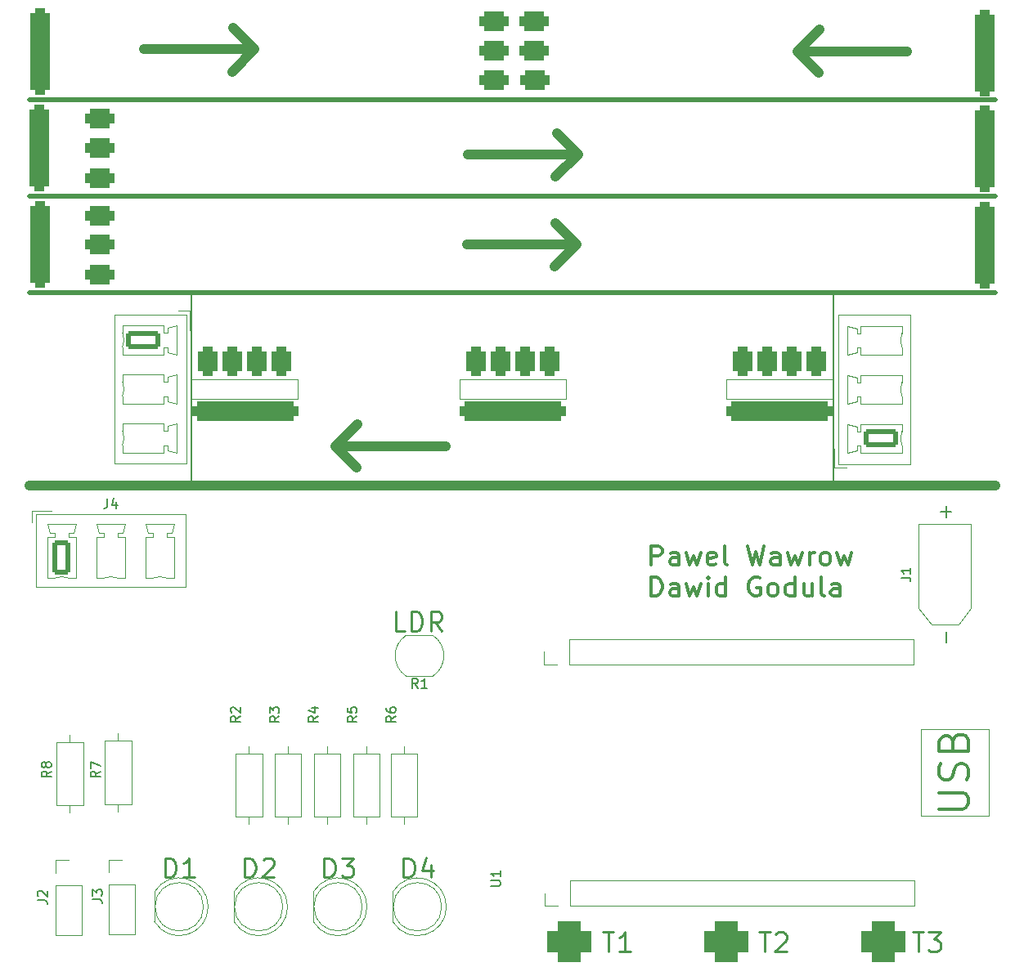
<source format=gto>
G04 #@! TF.GenerationSoftware,KiCad,Pcbnew,8.0.6*
G04 #@! TF.CreationDate,2024-10-17T13:08:26+02:00*
G04 #@! TF.ProjectId,esp_music_vis,6573705f-6d75-4736-9963-5f7669732e6b,rev?*
G04 #@! TF.SameCoordinates,Original*
G04 #@! TF.FileFunction,Legend,Top*
G04 #@! TF.FilePolarity,Positive*
%FSLAX46Y46*%
G04 Gerber Fmt 4.6, Leading zero omitted, Abs format (unit mm)*
G04 Created by KiCad (PCBNEW 8.0.6) date 2024-10-17 13:08:26*
%MOMM*%
%LPD*%
G01*
G04 APERTURE LIST*
G04 Aperture macros list*
%AMRoundRect*
0 Rectangle with rounded corners*
0 $1 Rounding radius*
0 $2 $3 $4 $5 $6 $7 $8 $9 X,Y pos of 4 corners*
0 Add a 4 corners polygon primitive as box body*
4,1,4,$2,$3,$4,$5,$6,$7,$8,$9,$2,$3,0*
0 Add four circle primitives for the rounded corners*
1,1,$1+$1,$2,$3*
1,1,$1+$1,$4,$5*
1,1,$1+$1,$6,$7*
1,1,$1+$1,$8,$9*
0 Add four rect primitives between the rounded corners*
20,1,$1+$1,$2,$3,$4,$5,0*
20,1,$1+$1,$4,$5,$6,$7,0*
20,1,$1+$1,$6,$7,$8,$9,0*
20,1,$1+$1,$8,$9,$2,$3,0*%
G04 Aperture macros list end*
%ADD10C,1.000000*%
%ADD11C,0.150000*%
%ADD12C,0.500000*%
%ADD13C,0.100000*%
%ADD14C,0.250000*%
%ADD15C,0.300000*%
%ADD16C,0.350000*%
%ADD17C,0.120000*%
%ADD18RoundRect,1.062500X-1.187500X-1.062500X1.187500X-1.062500X1.187500X1.062500X-1.187500X1.062500X0*%
%ADD19RoundRect,0.500000X0.500000X-4.000000X0.500000X4.000000X-0.500000X4.000000X-0.500000X-4.000000X0*%
%ADD20R,1.700000X1.700000*%
%ADD21O,1.700000X1.700000*%
%ADD22RoundRect,0.500000X-1.000000X0.500000X-1.000000X-0.500000X1.000000X-0.500000X1.000000X0.500000X0*%
%ADD23RoundRect,0.500000X-0.500000X-1.000000X0.500000X-1.000000X0.500000X1.000000X-0.500000X1.000000X0*%
%ADD24C,1.600000*%
%ADD25O,1.600000X1.600000*%
%ADD26RoundRect,0.500000X-5.000000X-0.500000X5.000000X-0.500000X5.000000X0.500000X-5.000000X0.500000X0*%
%ADD27R,3.000000X3.000000*%
%ADD28C,3.000000*%
%ADD29R,1.800000X1.800000*%
%ADD30C,1.800000*%
%ADD31RoundRect,0.250000X1.550000X-0.650000X1.550000X0.650000X-1.550000X0.650000X-1.550000X-0.650000X0*%
%ADD32O,3.600000X1.800000*%
%ADD33RoundRect,0.250000X-0.650000X-1.550000X0.650000X-1.550000X0.650000X1.550000X-0.650000X1.550000X0*%
%ADD34O,1.800000X3.600000*%
%ADD35RoundRect,0.250000X-1.550000X0.650000X-1.550000X-0.650000X1.550000X-0.650000X1.550000X0.650000X0*%
G04 APERTURE END LIST*
D10*
X129500000Y-55000000D02*
X131800000Y-52700000D01*
X129500000Y-55000000D02*
X131700000Y-57200000D01*
D11*
X133250000Y-100000000D02*
X133250000Y-80000000D01*
D10*
X106700000Y-75000000D02*
X104400000Y-77300000D01*
X61900000Y-54800000D02*
X73300000Y-54800000D01*
X150000000Y-100000000D02*
X50000000Y-100000000D01*
X140900000Y-55000000D02*
X129500000Y-55000000D01*
X93100000Y-95900000D02*
X81700000Y-95900000D01*
X81700000Y-95900000D02*
X83900000Y-98100000D01*
X81700000Y-95900000D02*
X84000000Y-93600000D01*
X106700000Y-75000000D02*
X104500000Y-72800000D01*
D12*
X150000000Y-70000000D02*
X50000000Y-70000000D01*
D11*
X66750000Y-100000000D02*
X66750000Y-80000000D01*
D12*
X150000000Y-80000000D02*
X50000000Y-80000000D01*
D10*
X95300000Y-75000000D02*
X106700000Y-75000000D01*
X95400000Y-65700000D02*
X106800000Y-65700000D01*
D12*
X150000000Y-60000000D02*
X50000000Y-60000000D01*
D10*
X73300000Y-54800000D02*
X71100000Y-52600000D01*
X106800000Y-65700000D02*
X104600000Y-63500000D01*
X73300000Y-54800000D02*
X71000000Y-57100000D01*
X106800000Y-65700000D02*
X104500000Y-68000000D01*
D13*
X66800000Y-88962500D02*
X77800000Y-88962500D01*
X77800000Y-90962500D01*
X66800000Y-90962500D01*
X66800000Y-88962500D01*
X122150000Y-88962500D02*
X133150000Y-88962500D01*
X133150000Y-90962500D01*
X122150000Y-90962500D01*
X122150000Y-88962500D01*
D14*
X109354949Y-146242238D02*
X110497806Y-146242238D01*
X109926377Y-148242238D02*
X109926377Y-146242238D01*
X112212092Y-148242238D02*
X111069235Y-148242238D01*
X111640663Y-148242238D02*
X111640663Y-146242238D01*
X111640663Y-146242238D02*
X111450187Y-146527952D01*
X111450187Y-146527952D02*
X111259711Y-146718428D01*
X111259711Y-146718428D02*
X111069235Y-146813666D01*
X125554949Y-146242238D02*
X126697806Y-146242238D01*
X126126377Y-148242238D02*
X126126377Y-146242238D01*
X127269235Y-146432714D02*
X127364473Y-146337476D01*
X127364473Y-146337476D02*
X127554949Y-146242238D01*
X127554949Y-146242238D02*
X128031140Y-146242238D01*
X128031140Y-146242238D02*
X128221616Y-146337476D01*
X128221616Y-146337476D02*
X128316854Y-146432714D01*
X128316854Y-146432714D02*
X128412092Y-146623190D01*
X128412092Y-146623190D02*
X128412092Y-146813666D01*
X128412092Y-146813666D02*
X128316854Y-147099380D01*
X128316854Y-147099380D02*
X127173997Y-148242238D01*
X127173997Y-148242238D02*
X128412092Y-148242238D01*
D15*
X114373558Y-108219750D02*
X114373558Y-106219750D01*
X114373558Y-106219750D02*
X115135463Y-106219750D01*
X115135463Y-106219750D02*
X115325939Y-106314988D01*
X115325939Y-106314988D02*
X115421177Y-106410226D01*
X115421177Y-106410226D02*
X115516415Y-106600702D01*
X115516415Y-106600702D02*
X115516415Y-106886416D01*
X115516415Y-106886416D02*
X115421177Y-107076892D01*
X115421177Y-107076892D02*
X115325939Y-107172131D01*
X115325939Y-107172131D02*
X115135463Y-107267369D01*
X115135463Y-107267369D02*
X114373558Y-107267369D01*
X117230701Y-108219750D02*
X117230701Y-107172131D01*
X117230701Y-107172131D02*
X117135463Y-106981654D01*
X117135463Y-106981654D02*
X116944987Y-106886416D01*
X116944987Y-106886416D02*
X116564034Y-106886416D01*
X116564034Y-106886416D02*
X116373558Y-106981654D01*
X117230701Y-108124512D02*
X117040225Y-108219750D01*
X117040225Y-108219750D02*
X116564034Y-108219750D01*
X116564034Y-108219750D02*
X116373558Y-108124512D01*
X116373558Y-108124512D02*
X116278320Y-107934035D01*
X116278320Y-107934035D02*
X116278320Y-107743559D01*
X116278320Y-107743559D02*
X116373558Y-107553083D01*
X116373558Y-107553083D02*
X116564034Y-107457845D01*
X116564034Y-107457845D02*
X117040225Y-107457845D01*
X117040225Y-107457845D02*
X117230701Y-107362607D01*
X117992606Y-106886416D02*
X118373558Y-108219750D01*
X118373558Y-108219750D02*
X118754511Y-107267369D01*
X118754511Y-107267369D02*
X119135463Y-108219750D01*
X119135463Y-108219750D02*
X119516415Y-106886416D01*
X121040225Y-108124512D02*
X120849749Y-108219750D01*
X120849749Y-108219750D02*
X120468796Y-108219750D01*
X120468796Y-108219750D02*
X120278320Y-108124512D01*
X120278320Y-108124512D02*
X120183082Y-107934035D01*
X120183082Y-107934035D02*
X120183082Y-107172131D01*
X120183082Y-107172131D02*
X120278320Y-106981654D01*
X120278320Y-106981654D02*
X120468796Y-106886416D01*
X120468796Y-106886416D02*
X120849749Y-106886416D01*
X120849749Y-106886416D02*
X121040225Y-106981654D01*
X121040225Y-106981654D02*
X121135463Y-107172131D01*
X121135463Y-107172131D02*
X121135463Y-107362607D01*
X121135463Y-107362607D02*
X120183082Y-107553083D01*
X122278320Y-108219750D02*
X122087844Y-108124512D01*
X122087844Y-108124512D02*
X121992606Y-107934035D01*
X121992606Y-107934035D02*
X121992606Y-106219750D01*
X124373559Y-106219750D02*
X124849749Y-108219750D01*
X124849749Y-108219750D02*
X125230702Y-106791178D01*
X125230702Y-106791178D02*
X125611654Y-108219750D01*
X125611654Y-108219750D02*
X126087845Y-106219750D01*
X127706892Y-108219750D02*
X127706892Y-107172131D01*
X127706892Y-107172131D02*
X127611654Y-106981654D01*
X127611654Y-106981654D02*
X127421178Y-106886416D01*
X127421178Y-106886416D02*
X127040225Y-106886416D01*
X127040225Y-106886416D02*
X126849749Y-106981654D01*
X127706892Y-108124512D02*
X127516416Y-108219750D01*
X127516416Y-108219750D02*
X127040225Y-108219750D01*
X127040225Y-108219750D02*
X126849749Y-108124512D01*
X126849749Y-108124512D02*
X126754511Y-107934035D01*
X126754511Y-107934035D02*
X126754511Y-107743559D01*
X126754511Y-107743559D02*
X126849749Y-107553083D01*
X126849749Y-107553083D02*
X127040225Y-107457845D01*
X127040225Y-107457845D02*
X127516416Y-107457845D01*
X127516416Y-107457845D02*
X127706892Y-107362607D01*
X128468797Y-106886416D02*
X128849749Y-108219750D01*
X128849749Y-108219750D02*
X129230702Y-107267369D01*
X129230702Y-107267369D02*
X129611654Y-108219750D01*
X129611654Y-108219750D02*
X129992606Y-106886416D01*
X130754511Y-108219750D02*
X130754511Y-106886416D01*
X130754511Y-107267369D02*
X130849749Y-107076892D01*
X130849749Y-107076892D02*
X130944987Y-106981654D01*
X130944987Y-106981654D02*
X131135463Y-106886416D01*
X131135463Y-106886416D02*
X131325940Y-106886416D01*
X132278320Y-108219750D02*
X132087844Y-108124512D01*
X132087844Y-108124512D02*
X131992606Y-108029273D01*
X131992606Y-108029273D02*
X131897368Y-107838797D01*
X131897368Y-107838797D02*
X131897368Y-107267369D01*
X131897368Y-107267369D02*
X131992606Y-107076892D01*
X131992606Y-107076892D02*
X132087844Y-106981654D01*
X132087844Y-106981654D02*
X132278320Y-106886416D01*
X132278320Y-106886416D02*
X132564035Y-106886416D01*
X132564035Y-106886416D02*
X132754511Y-106981654D01*
X132754511Y-106981654D02*
X132849749Y-107076892D01*
X132849749Y-107076892D02*
X132944987Y-107267369D01*
X132944987Y-107267369D02*
X132944987Y-107838797D01*
X132944987Y-107838797D02*
X132849749Y-108029273D01*
X132849749Y-108029273D02*
X132754511Y-108124512D01*
X132754511Y-108124512D02*
X132564035Y-108219750D01*
X132564035Y-108219750D02*
X132278320Y-108219750D01*
X133611654Y-106886416D02*
X133992606Y-108219750D01*
X133992606Y-108219750D02*
X134373559Y-107267369D01*
X134373559Y-107267369D02*
X134754511Y-108219750D01*
X134754511Y-108219750D02*
X135135463Y-106886416D01*
X114373558Y-111439638D02*
X114373558Y-109439638D01*
X114373558Y-109439638D02*
X114849748Y-109439638D01*
X114849748Y-109439638D02*
X115135463Y-109534876D01*
X115135463Y-109534876D02*
X115325939Y-109725352D01*
X115325939Y-109725352D02*
X115421177Y-109915828D01*
X115421177Y-109915828D02*
X115516415Y-110296780D01*
X115516415Y-110296780D02*
X115516415Y-110582495D01*
X115516415Y-110582495D02*
X115421177Y-110963447D01*
X115421177Y-110963447D02*
X115325939Y-111153923D01*
X115325939Y-111153923D02*
X115135463Y-111344400D01*
X115135463Y-111344400D02*
X114849748Y-111439638D01*
X114849748Y-111439638D02*
X114373558Y-111439638D01*
X117230701Y-111439638D02*
X117230701Y-110392019D01*
X117230701Y-110392019D02*
X117135463Y-110201542D01*
X117135463Y-110201542D02*
X116944987Y-110106304D01*
X116944987Y-110106304D02*
X116564034Y-110106304D01*
X116564034Y-110106304D02*
X116373558Y-110201542D01*
X117230701Y-111344400D02*
X117040225Y-111439638D01*
X117040225Y-111439638D02*
X116564034Y-111439638D01*
X116564034Y-111439638D02*
X116373558Y-111344400D01*
X116373558Y-111344400D02*
X116278320Y-111153923D01*
X116278320Y-111153923D02*
X116278320Y-110963447D01*
X116278320Y-110963447D02*
X116373558Y-110772971D01*
X116373558Y-110772971D02*
X116564034Y-110677733D01*
X116564034Y-110677733D02*
X117040225Y-110677733D01*
X117040225Y-110677733D02*
X117230701Y-110582495D01*
X117992606Y-110106304D02*
X118373558Y-111439638D01*
X118373558Y-111439638D02*
X118754511Y-110487257D01*
X118754511Y-110487257D02*
X119135463Y-111439638D01*
X119135463Y-111439638D02*
X119516415Y-110106304D01*
X120278320Y-111439638D02*
X120278320Y-110106304D01*
X120278320Y-109439638D02*
X120183082Y-109534876D01*
X120183082Y-109534876D02*
X120278320Y-109630114D01*
X120278320Y-109630114D02*
X120373558Y-109534876D01*
X120373558Y-109534876D02*
X120278320Y-109439638D01*
X120278320Y-109439638D02*
X120278320Y-109630114D01*
X122087844Y-111439638D02*
X122087844Y-109439638D01*
X122087844Y-111344400D02*
X121897368Y-111439638D01*
X121897368Y-111439638D02*
X121516415Y-111439638D01*
X121516415Y-111439638D02*
X121325939Y-111344400D01*
X121325939Y-111344400D02*
X121230701Y-111249161D01*
X121230701Y-111249161D02*
X121135463Y-111058685D01*
X121135463Y-111058685D02*
X121135463Y-110487257D01*
X121135463Y-110487257D02*
X121230701Y-110296780D01*
X121230701Y-110296780D02*
X121325939Y-110201542D01*
X121325939Y-110201542D02*
X121516415Y-110106304D01*
X121516415Y-110106304D02*
X121897368Y-110106304D01*
X121897368Y-110106304D02*
X122087844Y-110201542D01*
X125611654Y-109534876D02*
X125421178Y-109439638D01*
X125421178Y-109439638D02*
X125135464Y-109439638D01*
X125135464Y-109439638D02*
X124849749Y-109534876D01*
X124849749Y-109534876D02*
X124659273Y-109725352D01*
X124659273Y-109725352D02*
X124564035Y-109915828D01*
X124564035Y-109915828D02*
X124468797Y-110296780D01*
X124468797Y-110296780D02*
X124468797Y-110582495D01*
X124468797Y-110582495D02*
X124564035Y-110963447D01*
X124564035Y-110963447D02*
X124659273Y-111153923D01*
X124659273Y-111153923D02*
X124849749Y-111344400D01*
X124849749Y-111344400D02*
X125135464Y-111439638D01*
X125135464Y-111439638D02*
X125325940Y-111439638D01*
X125325940Y-111439638D02*
X125611654Y-111344400D01*
X125611654Y-111344400D02*
X125706892Y-111249161D01*
X125706892Y-111249161D02*
X125706892Y-110582495D01*
X125706892Y-110582495D02*
X125325940Y-110582495D01*
X126849749Y-111439638D02*
X126659273Y-111344400D01*
X126659273Y-111344400D02*
X126564035Y-111249161D01*
X126564035Y-111249161D02*
X126468797Y-111058685D01*
X126468797Y-111058685D02*
X126468797Y-110487257D01*
X126468797Y-110487257D02*
X126564035Y-110296780D01*
X126564035Y-110296780D02*
X126659273Y-110201542D01*
X126659273Y-110201542D02*
X126849749Y-110106304D01*
X126849749Y-110106304D02*
X127135464Y-110106304D01*
X127135464Y-110106304D02*
X127325940Y-110201542D01*
X127325940Y-110201542D02*
X127421178Y-110296780D01*
X127421178Y-110296780D02*
X127516416Y-110487257D01*
X127516416Y-110487257D02*
X127516416Y-111058685D01*
X127516416Y-111058685D02*
X127421178Y-111249161D01*
X127421178Y-111249161D02*
X127325940Y-111344400D01*
X127325940Y-111344400D02*
X127135464Y-111439638D01*
X127135464Y-111439638D02*
X126849749Y-111439638D01*
X129230702Y-111439638D02*
X129230702Y-109439638D01*
X129230702Y-111344400D02*
X129040226Y-111439638D01*
X129040226Y-111439638D02*
X128659273Y-111439638D01*
X128659273Y-111439638D02*
X128468797Y-111344400D01*
X128468797Y-111344400D02*
X128373559Y-111249161D01*
X128373559Y-111249161D02*
X128278321Y-111058685D01*
X128278321Y-111058685D02*
X128278321Y-110487257D01*
X128278321Y-110487257D02*
X128373559Y-110296780D01*
X128373559Y-110296780D02*
X128468797Y-110201542D01*
X128468797Y-110201542D02*
X128659273Y-110106304D01*
X128659273Y-110106304D02*
X129040226Y-110106304D01*
X129040226Y-110106304D02*
X129230702Y-110201542D01*
X131040226Y-110106304D02*
X131040226Y-111439638D01*
X130183083Y-110106304D02*
X130183083Y-111153923D01*
X130183083Y-111153923D02*
X130278321Y-111344400D01*
X130278321Y-111344400D02*
X130468797Y-111439638D01*
X130468797Y-111439638D02*
X130754512Y-111439638D01*
X130754512Y-111439638D02*
X130944988Y-111344400D01*
X130944988Y-111344400D02*
X131040226Y-111249161D01*
X132278321Y-111439638D02*
X132087845Y-111344400D01*
X132087845Y-111344400D02*
X131992607Y-111153923D01*
X131992607Y-111153923D02*
X131992607Y-109439638D01*
X133897369Y-111439638D02*
X133897369Y-110392019D01*
X133897369Y-110392019D02*
X133802131Y-110201542D01*
X133802131Y-110201542D02*
X133611655Y-110106304D01*
X133611655Y-110106304D02*
X133230702Y-110106304D01*
X133230702Y-110106304D02*
X133040226Y-110201542D01*
X133897369Y-111344400D02*
X133706893Y-111439638D01*
X133706893Y-111439638D02*
X133230702Y-111439638D01*
X133230702Y-111439638D02*
X133040226Y-111344400D01*
X133040226Y-111344400D02*
X132944988Y-111153923D01*
X132944988Y-111153923D02*
X132944988Y-110963447D01*
X132944988Y-110963447D02*
X133040226Y-110772971D01*
X133040226Y-110772971D02*
X133230702Y-110677733D01*
X133230702Y-110677733D02*
X133706893Y-110677733D01*
X133706893Y-110677733D02*
X133897369Y-110582495D01*
D14*
X88893044Y-115042238D02*
X87940663Y-115042238D01*
X87940663Y-115042238D02*
X87940663Y-113042238D01*
X89559711Y-115042238D02*
X89559711Y-113042238D01*
X89559711Y-113042238D02*
X90035901Y-113042238D01*
X90035901Y-113042238D02*
X90321616Y-113137476D01*
X90321616Y-113137476D02*
X90512092Y-113327952D01*
X90512092Y-113327952D02*
X90607330Y-113518428D01*
X90607330Y-113518428D02*
X90702568Y-113899380D01*
X90702568Y-113899380D02*
X90702568Y-114185095D01*
X90702568Y-114185095D02*
X90607330Y-114566047D01*
X90607330Y-114566047D02*
X90512092Y-114756523D01*
X90512092Y-114756523D02*
X90321616Y-114947000D01*
X90321616Y-114947000D02*
X90035901Y-115042238D01*
X90035901Y-115042238D02*
X89559711Y-115042238D01*
X92702568Y-115042238D02*
X92035901Y-114089857D01*
X91559711Y-115042238D02*
X91559711Y-113042238D01*
X91559711Y-113042238D02*
X92321616Y-113042238D01*
X92321616Y-113042238D02*
X92512092Y-113137476D01*
X92512092Y-113137476D02*
X92607330Y-113232714D01*
X92607330Y-113232714D02*
X92702568Y-113423190D01*
X92702568Y-113423190D02*
X92702568Y-113708904D01*
X92702568Y-113708904D02*
X92607330Y-113899380D01*
X92607330Y-113899380D02*
X92512092Y-113994619D01*
X92512092Y-113994619D02*
X92321616Y-114089857D01*
X92321616Y-114089857D02*
X91559711Y-114089857D01*
D11*
X149579819Y-66433333D02*
X149103628Y-66766666D01*
X149579819Y-67004761D02*
X148579819Y-67004761D01*
X148579819Y-67004761D02*
X148579819Y-66623809D01*
X148579819Y-66623809D02*
X148627438Y-66528571D01*
X148627438Y-66528571D02*
X148675057Y-66480952D01*
X148675057Y-66480952D02*
X148770295Y-66433333D01*
X148770295Y-66433333D02*
X148913152Y-66433333D01*
X148913152Y-66433333D02*
X149008390Y-66480952D01*
X149008390Y-66480952D02*
X149056009Y-66528571D01*
X149056009Y-66528571D02*
X149103628Y-66623809D01*
X149103628Y-66623809D02*
X149103628Y-67004761D01*
X149056009Y-66004761D02*
X149056009Y-65671428D01*
X149579819Y-65528571D02*
X149579819Y-66004761D01*
X149579819Y-66004761D02*
X148579819Y-66004761D01*
X148579819Y-66004761D02*
X148579819Y-65528571D01*
X149056009Y-64766666D02*
X149056009Y-65099999D01*
X149579819Y-65099999D02*
X148579819Y-65099999D01*
X148579819Y-65099999D02*
X148579819Y-64623809D01*
X148579819Y-64099999D02*
X148817914Y-64099999D01*
X148722676Y-64338094D02*
X148817914Y-64099999D01*
X148817914Y-64099999D02*
X148722676Y-63861904D01*
X149008390Y-64242856D02*
X148817914Y-64099999D01*
X148817914Y-64099999D02*
X149008390Y-63957142D01*
X148579819Y-63338094D02*
X148817914Y-63338094D01*
X148722676Y-63576189D02*
X148817914Y-63338094D01*
X148817914Y-63338094D02*
X148722676Y-63099999D01*
X149008390Y-63480951D02*
X148817914Y-63338094D01*
X148817914Y-63338094D02*
X149008390Y-63195237D01*
D14*
X141454949Y-146242238D02*
X142597806Y-146242238D01*
X142026377Y-148242238D02*
X142026377Y-146242238D01*
X143073997Y-146242238D02*
X144312092Y-146242238D01*
X144312092Y-146242238D02*
X143645425Y-147004142D01*
X143645425Y-147004142D02*
X143931140Y-147004142D01*
X143931140Y-147004142D02*
X144121616Y-147099380D01*
X144121616Y-147099380D02*
X144216854Y-147194619D01*
X144216854Y-147194619D02*
X144312092Y-147385095D01*
X144312092Y-147385095D02*
X144312092Y-147861285D01*
X144312092Y-147861285D02*
X144216854Y-148051761D01*
X144216854Y-148051761D02*
X144121616Y-148147000D01*
X144121616Y-148147000D02*
X143931140Y-148242238D01*
X143931140Y-148242238D02*
X143359711Y-148242238D01*
X143359711Y-148242238D02*
X143169235Y-148147000D01*
X143169235Y-148147000D02*
X143073997Y-148051761D01*
D13*
X94550000Y-88962500D02*
X105550000Y-88962500D01*
X105550000Y-90962500D01*
X94550000Y-90962500D01*
X94550000Y-88962500D01*
D11*
X51804819Y-76333333D02*
X51328628Y-76666666D01*
X51804819Y-76904761D02*
X50804819Y-76904761D01*
X50804819Y-76904761D02*
X50804819Y-76523809D01*
X50804819Y-76523809D02*
X50852438Y-76428571D01*
X50852438Y-76428571D02*
X50900057Y-76380952D01*
X50900057Y-76380952D02*
X50995295Y-76333333D01*
X50995295Y-76333333D02*
X51138152Y-76333333D01*
X51138152Y-76333333D02*
X51233390Y-76380952D01*
X51233390Y-76380952D02*
X51281009Y-76428571D01*
X51281009Y-76428571D02*
X51328628Y-76523809D01*
X51328628Y-76523809D02*
X51328628Y-76904761D01*
X51281009Y-75904761D02*
X51281009Y-75571428D01*
X51804819Y-75428571D02*
X51804819Y-75904761D01*
X51804819Y-75904761D02*
X50804819Y-75904761D01*
X50804819Y-75904761D02*
X50804819Y-75428571D01*
X51281009Y-74666666D02*
X51281009Y-74999999D01*
X51804819Y-74999999D02*
X50804819Y-74999999D01*
X50804819Y-74999999D02*
X50804819Y-74523809D01*
X50804819Y-73999999D02*
X51042914Y-73999999D01*
X50947676Y-74238094D02*
X51042914Y-73999999D01*
X51042914Y-73999999D02*
X50947676Y-73761904D01*
X51233390Y-74142856D02*
X51042914Y-73999999D01*
X51042914Y-73999999D02*
X51233390Y-73857142D01*
X50804819Y-73238094D02*
X51042914Y-73238094D01*
X50947676Y-73476189D02*
X51042914Y-73238094D01*
X51042914Y-73238094D02*
X50947676Y-72999999D01*
X51233390Y-73380951D02*
X51042914Y-73238094D01*
X51042914Y-73238094D02*
X51233390Y-73095237D01*
X50854819Y-142933333D02*
X51569104Y-142933333D01*
X51569104Y-142933333D02*
X51711961Y-142980952D01*
X51711961Y-142980952D02*
X51807200Y-143076190D01*
X51807200Y-143076190D02*
X51854819Y-143219047D01*
X51854819Y-143219047D02*
X51854819Y-143314285D01*
X50950057Y-142504761D02*
X50902438Y-142457142D01*
X50902438Y-142457142D02*
X50854819Y-142361904D01*
X50854819Y-142361904D02*
X50854819Y-142123809D01*
X50854819Y-142123809D02*
X50902438Y-142028571D01*
X50902438Y-142028571D02*
X50950057Y-141980952D01*
X50950057Y-141980952D02*
X51045295Y-141933333D01*
X51045295Y-141933333D02*
X51140533Y-141933333D01*
X51140533Y-141933333D02*
X51283390Y-141980952D01*
X51283390Y-141980952D02*
X51854819Y-142552380D01*
X51854819Y-142552380D02*
X51854819Y-141933333D01*
X97794819Y-141461904D02*
X98604342Y-141461904D01*
X98604342Y-141461904D02*
X98699580Y-141414285D01*
X98699580Y-141414285D02*
X98747200Y-141366666D01*
X98747200Y-141366666D02*
X98794819Y-141271428D01*
X98794819Y-141271428D02*
X98794819Y-141080952D01*
X98794819Y-141080952D02*
X98747200Y-140985714D01*
X98747200Y-140985714D02*
X98699580Y-140938095D01*
X98699580Y-140938095D02*
X98604342Y-140890476D01*
X98604342Y-140890476D02*
X97794819Y-140890476D01*
X98794819Y-139890476D02*
X98794819Y-140461904D01*
X98794819Y-140176190D02*
X97794819Y-140176190D01*
X97794819Y-140176190D02*
X97937676Y-140271428D01*
X97937676Y-140271428D02*
X98032914Y-140366666D01*
X98032914Y-140366666D02*
X98080533Y-140461904D01*
D16*
X144209657Y-133485714D02*
X146638228Y-133485714D01*
X146638228Y-133485714D02*
X146923942Y-133342857D01*
X146923942Y-133342857D02*
X147066800Y-133200000D01*
X147066800Y-133200000D02*
X147209657Y-132914285D01*
X147209657Y-132914285D02*
X147209657Y-132342857D01*
X147209657Y-132342857D02*
X147066800Y-132057142D01*
X147066800Y-132057142D02*
X146923942Y-131914285D01*
X146923942Y-131914285D02*
X146638228Y-131771428D01*
X146638228Y-131771428D02*
X144209657Y-131771428D01*
X147066800Y-130485714D02*
X147209657Y-130057143D01*
X147209657Y-130057143D02*
X147209657Y-129342857D01*
X147209657Y-129342857D02*
X147066800Y-129057143D01*
X147066800Y-129057143D02*
X146923942Y-128914285D01*
X146923942Y-128914285D02*
X146638228Y-128771428D01*
X146638228Y-128771428D02*
X146352514Y-128771428D01*
X146352514Y-128771428D02*
X146066800Y-128914285D01*
X146066800Y-128914285D02*
X145923942Y-129057143D01*
X145923942Y-129057143D02*
X145781085Y-129342857D01*
X145781085Y-129342857D02*
X145638228Y-129914285D01*
X145638228Y-129914285D02*
X145495371Y-130200000D01*
X145495371Y-130200000D02*
X145352514Y-130342857D01*
X145352514Y-130342857D02*
X145066800Y-130485714D01*
X145066800Y-130485714D02*
X144781085Y-130485714D01*
X144781085Y-130485714D02*
X144495371Y-130342857D01*
X144495371Y-130342857D02*
X144352514Y-130200000D01*
X144352514Y-130200000D02*
X144209657Y-129914285D01*
X144209657Y-129914285D02*
X144209657Y-129200000D01*
X144209657Y-129200000D02*
X144352514Y-128771428D01*
X145638228Y-126485714D02*
X145781085Y-126057142D01*
X145781085Y-126057142D02*
X145923942Y-125914285D01*
X145923942Y-125914285D02*
X146209657Y-125771428D01*
X146209657Y-125771428D02*
X146638228Y-125771428D01*
X146638228Y-125771428D02*
X146923942Y-125914285D01*
X146923942Y-125914285D02*
X147066800Y-126057142D01*
X147066800Y-126057142D02*
X147209657Y-126342857D01*
X147209657Y-126342857D02*
X147209657Y-127485714D01*
X147209657Y-127485714D02*
X144209657Y-127485714D01*
X144209657Y-127485714D02*
X144209657Y-126485714D01*
X144209657Y-126485714D02*
X144352514Y-126200000D01*
X144352514Y-126200000D02*
X144495371Y-126057142D01*
X144495371Y-126057142D02*
X144781085Y-125914285D01*
X144781085Y-125914285D02*
X145066800Y-125914285D01*
X145066800Y-125914285D02*
X145352514Y-126057142D01*
X145352514Y-126057142D02*
X145495371Y-126200000D01*
X145495371Y-126200000D02*
X145638228Y-126485714D01*
X145638228Y-126485714D02*
X145638228Y-127485714D01*
D11*
X83929819Y-123866666D02*
X83453628Y-124199999D01*
X83929819Y-124438094D02*
X82929819Y-124438094D01*
X82929819Y-124438094D02*
X82929819Y-124057142D01*
X82929819Y-124057142D02*
X82977438Y-123961904D01*
X82977438Y-123961904D02*
X83025057Y-123914285D01*
X83025057Y-123914285D02*
X83120295Y-123866666D01*
X83120295Y-123866666D02*
X83263152Y-123866666D01*
X83263152Y-123866666D02*
X83358390Y-123914285D01*
X83358390Y-123914285D02*
X83406009Y-123961904D01*
X83406009Y-123961904D02*
X83453628Y-124057142D01*
X83453628Y-124057142D02*
X83453628Y-124438094D01*
X82929819Y-122961904D02*
X82929819Y-123438094D01*
X82929819Y-123438094D02*
X83406009Y-123485713D01*
X83406009Y-123485713D02*
X83358390Y-123438094D01*
X83358390Y-123438094D02*
X83310771Y-123342856D01*
X83310771Y-123342856D02*
X83310771Y-123104761D01*
X83310771Y-123104761D02*
X83358390Y-123009523D01*
X83358390Y-123009523D02*
X83406009Y-122961904D01*
X83406009Y-122961904D02*
X83501247Y-122914285D01*
X83501247Y-122914285D02*
X83739342Y-122914285D01*
X83739342Y-122914285D02*
X83834580Y-122961904D01*
X83834580Y-122961904D02*
X83882200Y-123009523D01*
X83882200Y-123009523D02*
X83929819Y-123104761D01*
X83929819Y-123104761D02*
X83929819Y-123342856D01*
X83929819Y-123342856D02*
X83882200Y-123438094D01*
X83882200Y-123438094D02*
X83834580Y-123485713D01*
X52284819Y-129566666D02*
X51808628Y-129899999D01*
X52284819Y-130138094D02*
X51284819Y-130138094D01*
X51284819Y-130138094D02*
X51284819Y-129757142D01*
X51284819Y-129757142D02*
X51332438Y-129661904D01*
X51332438Y-129661904D02*
X51380057Y-129614285D01*
X51380057Y-129614285D02*
X51475295Y-129566666D01*
X51475295Y-129566666D02*
X51618152Y-129566666D01*
X51618152Y-129566666D02*
X51713390Y-129614285D01*
X51713390Y-129614285D02*
X51761009Y-129661904D01*
X51761009Y-129661904D02*
X51808628Y-129757142D01*
X51808628Y-129757142D02*
X51808628Y-130138094D01*
X51713390Y-128995237D02*
X51665771Y-129090475D01*
X51665771Y-129090475D02*
X51618152Y-129138094D01*
X51618152Y-129138094D02*
X51522914Y-129185713D01*
X51522914Y-129185713D02*
X51475295Y-129185713D01*
X51475295Y-129185713D02*
X51380057Y-129138094D01*
X51380057Y-129138094D02*
X51332438Y-129090475D01*
X51332438Y-129090475D02*
X51284819Y-128995237D01*
X51284819Y-128995237D02*
X51284819Y-128804761D01*
X51284819Y-128804761D02*
X51332438Y-128709523D01*
X51332438Y-128709523D02*
X51380057Y-128661904D01*
X51380057Y-128661904D02*
X51475295Y-128614285D01*
X51475295Y-128614285D02*
X51522914Y-128614285D01*
X51522914Y-128614285D02*
X51618152Y-128661904D01*
X51618152Y-128661904D02*
X51665771Y-128709523D01*
X51665771Y-128709523D02*
X51713390Y-128804761D01*
X51713390Y-128804761D02*
X51713390Y-128995237D01*
X51713390Y-128995237D02*
X51761009Y-129090475D01*
X51761009Y-129090475D02*
X51808628Y-129138094D01*
X51808628Y-129138094D02*
X51903866Y-129185713D01*
X51903866Y-129185713D02*
X52094342Y-129185713D01*
X52094342Y-129185713D02*
X52189580Y-129138094D01*
X52189580Y-129138094D02*
X52237200Y-129090475D01*
X52237200Y-129090475D02*
X52284819Y-128995237D01*
X52284819Y-128995237D02*
X52284819Y-128804761D01*
X52284819Y-128804761D02*
X52237200Y-128709523D01*
X52237200Y-128709523D02*
X52189580Y-128661904D01*
X52189580Y-128661904D02*
X52094342Y-128614285D01*
X52094342Y-128614285D02*
X51903866Y-128614285D01*
X51903866Y-128614285D02*
X51808628Y-128661904D01*
X51808628Y-128661904D02*
X51761009Y-128709523D01*
X51761009Y-128709523D02*
X51713390Y-128804761D01*
X97766666Y-92954819D02*
X97433333Y-92478628D01*
X97195238Y-92954819D02*
X97195238Y-91954819D01*
X97195238Y-91954819D02*
X97576190Y-91954819D01*
X97576190Y-91954819D02*
X97671428Y-92002438D01*
X97671428Y-92002438D02*
X97719047Y-92050057D01*
X97719047Y-92050057D02*
X97766666Y-92145295D01*
X97766666Y-92145295D02*
X97766666Y-92288152D01*
X97766666Y-92288152D02*
X97719047Y-92383390D01*
X97719047Y-92383390D02*
X97671428Y-92431009D01*
X97671428Y-92431009D02*
X97576190Y-92478628D01*
X97576190Y-92478628D02*
X97195238Y-92478628D01*
X98195238Y-92431009D02*
X98528571Y-92431009D01*
X98671428Y-92954819D02*
X98195238Y-92954819D01*
X98195238Y-92954819D02*
X98195238Y-91954819D01*
X98195238Y-91954819D02*
X98671428Y-91954819D01*
X99433333Y-92431009D02*
X99100000Y-92431009D01*
X99100000Y-92954819D02*
X99100000Y-91954819D01*
X99100000Y-91954819D02*
X99576190Y-91954819D01*
X100100000Y-91954819D02*
X100100000Y-92192914D01*
X99861905Y-92097676D02*
X100100000Y-92192914D01*
X100100000Y-92192914D02*
X100338095Y-92097676D01*
X99957143Y-92383390D02*
X100100000Y-92192914D01*
X100100000Y-92192914D02*
X100242857Y-92383390D01*
X100861905Y-91954819D02*
X100861905Y-92192914D01*
X100623810Y-92097676D02*
X100861905Y-92192914D01*
X100861905Y-92192914D02*
X101100000Y-92097676D01*
X100719048Y-92383390D02*
X100861905Y-92192914D01*
X100861905Y-92192914D02*
X101004762Y-92383390D01*
X70016666Y-92954819D02*
X69683333Y-92478628D01*
X69445238Y-92954819D02*
X69445238Y-91954819D01*
X69445238Y-91954819D02*
X69826190Y-91954819D01*
X69826190Y-91954819D02*
X69921428Y-92002438D01*
X69921428Y-92002438D02*
X69969047Y-92050057D01*
X69969047Y-92050057D02*
X70016666Y-92145295D01*
X70016666Y-92145295D02*
X70016666Y-92288152D01*
X70016666Y-92288152D02*
X69969047Y-92383390D01*
X69969047Y-92383390D02*
X69921428Y-92431009D01*
X69921428Y-92431009D02*
X69826190Y-92478628D01*
X69826190Y-92478628D02*
X69445238Y-92478628D01*
X70445238Y-92431009D02*
X70778571Y-92431009D01*
X70921428Y-92954819D02*
X70445238Y-92954819D01*
X70445238Y-92954819D02*
X70445238Y-91954819D01*
X70445238Y-91954819D02*
X70921428Y-91954819D01*
X71683333Y-92431009D02*
X71350000Y-92431009D01*
X71350000Y-92954819D02*
X71350000Y-91954819D01*
X71350000Y-91954819D02*
X71826190Y-91954819D01*
X72350000Y-91954819D02*
X72350000Y-92192914D01*
X72111905Y-92097676D02*
X72350000Y-92192914D01*
X72350000Y-92192914D02*
X72588095Y-92097676D01*
X72207143Y-92383390D02*
X72350000Y-92192914D01*
X72350000Y-92192914D02*
X72492857Y-92383390D01*
X73111905Y-91954819D02*
X73111905Y-92192914D01*
X72873810Y-92097676D02*
X73111905Y-92192914D01*
X73111905Y-92192914D02*
X73350000Y-92097676D01*
X72969048Y-92383390D02*
X73111905Y-92192914D01*
X73111905Y-92192914D02*
X73254762Y-92383390D01*
X57354819Y-129566666D02*
X56878628Y-129899999D01*
X57354819Y-130138094D02*
X56354819Y-130138094D01*
X56354819Y-130138094D02*
X56354819Y-129757142D01*
X56354819Y-129757142D02*
X56402438Y-129661904D01*
X56402438Y-129661904D02*
X56450057Y-129614285D01*
X56450057Y-129614285D02*
X56545295Y-129566666D01*
X56545295Y-129566666D02*
X56688152Y-129566666D01*
X56688152Y-129566666D02*
X56783390Y-129614285D01*
X56783390Y-129614285D02*
X56831009Y-129661904D01*
X56831009Y-129661904D02*
X56878628Y-129757142D01*
X56878628Y-129757142D02*
X56878628Y-130138094D01*
X56354819Y-129233332D02*
X56354819Y-128566666D01*
X56354819Y-128566666D02*
X57354819Y-128995237D01*
X140234819Y-109513333D02*
X140949104Y-109513333D01*
X140949104Y-109513333D02*
X141091961Y-109560952D01*
X141091961Y-109560952D02*
X141187200Y-109656190D01*
X141187200Y-109656190D02*
X141234819Y-109799047D01*
X141234819Y-109799047D02*
X141234819Y-109894285D01*
X141234819Y-108513333D02*
X141234819Y-109084761D01*
X141234819Y-108799047D02*
X140234819Y-108799047D01*
X140234819Y-108799047D02*
X140377676Y-108894285D01*
X140377676Y-108894285D02*
X140472914Y-108989523D01*
X140472914Y-108989523D02*
X140520533Y-109084761D01*
X144894700Y-103251428D02*
X144894700Y-102108571D01*
X145466128Y-102679999D02*
X144323271Y-102679999D01*
X144894700Y-116251428D02*
X144894700Y-115108571D01*
D14*
X88738809Y-140552238D02*
X88738809Y-138552238D01*
X88738809Y-138552238D02*
X89214999Y-138552238D01*
X89214999Y-138552238D02*
X89500714Y-138647476D01*
X89500714Y-138647476D02*
X89691190Y-138837952D01*
X89691190Y-138837952D02*
X89786428Y-139028428D01*
X89786428Y-139028428D02*
X89881666Y-139409380D01*
X89881666Y-139409380D02*
X89881666Y-139695095D01*
X89881666Y-139695095D02*
X89786428Y-140076047D01*
X89786428Y-140076047D02*
X89691190Y-140266523D01*
X89691190Y-140266523D02*
X89500714Y-140457000D01*
X89500714Y-140457000D02*
X89214999Y-140552238D01*
X89214999Y-140552238D02*
X88738809Y-140552238D01*
X91595952Y-139218904D02*
X91595952Y-140552238D01*
X91119761Y-138457000D02*
X90643571Y-139885571D01*
X90643571Y-139885571D02*
X91881666Y-139885571D01*
D11*
X87954819Y-123866666D02*
X87478628Y-124199999D01*
X87954819Y-124438094D02*
X86954819Y-124438094D01*
X86954819Y-124438094D02*
X86954819Y-124057142D01*
X86954819Y-124057142D02*
X87002438Y-123961904D01*
X87002438Y-123961904D02*
X87050057Y-123914285D01*
X87050057Y-123914285D02*
X87145295Y-123866666D01*
X87145295Y-123866666D02*
X87288152Y-123866666D01*
X87288152Y-123866666D02*
X87383390Y-123914285D01*
X87383390Y-123914285D02*
X87431009Y-123961904D01*
X87431009Y-123961904D02*
X87478628Y-124057142D01*
X87478628Y-124057142D02*
X87478628Y-124438094D01*
X86954819Y-123009523D02*
X86954819Y-123199999D01*
X86954819Y-123199999D02*
X87002438Y-123295237D01*
X87002438Y-123295237D02*
X87050057Y-123342856D01*
X87050057Y-123342856D02*
X87192914Y-123438094D01*
X87192914Y-123438094D02*
X87383390Y-123485713D01*
X87383390Y-123485713D02*
X87764342Y-123485713D01*
X87764342Y-123485713D02*
X87859580Y-123438094D01*
X87859580Y-123438094D02*
X87907200Y-123390475D01*
X87907200Y-123390475D02*
X87954819Y-123295237D01*
X87954819Y-123295237D02*
X87954819Y-123104761D01*
X87954819Y-123104761D02*
X87907200Y-123009523D01*
X87907200Y-123009523D02*
X87859580Y-122961904D01*
X87859580Y-122961904D02*
X87764342Y-122914285D01*
X87764342Y-122914285D02*
X87526247Y-122914285D01*
X87526247Y-122914285D02*
X87431009Y-122961904D01*
X87431009Y-122961904D02*
X87383390Y-123009523D01*
X87383390Y-123009523D02*
X87335771Y-123104761D01*
X87335771Y-123104761D02*
X87335771Y-123295237D01*
X87335771Y-123295237D02*
X87383390Y-123390475D01*
X87383390Y-123390475D02*
X87431009Y-123438094D01*
X87431009Y-123438094D02*
X87526247Y-123485713D01*
X51779819Y-66333333D02*
X51303628Y-66666666D01*
X51779819Y-66904761D02*
X50779819Y-66904761D01*
X50779819Y-66904761D02*
X50779819Y-66523809D01*
X50779819Y-66523809D02*
X50827438Y-66428571D01*
X50827438Y-66428571D02*
X50875057Y-66380952D01*
X50875057Y-66380952D02*
X50970295Y-66333333D01*
X50970295Y-66333333D02*
X51113152Y-66333333D01*
X51113152Y-66333333D02*
X51208390Y-66380952D01*
X51208390Y-66380952D02*
X51256009Y-66428571D01*
X51256009Y-66428571D02*
X51303628Y-66523809D01*
X51303628Y-66523809D02*
X51303628Y-66904761D01*
X51256009Y-65904761D02*
X51256009Y-65571428D01*
X51779819Y-65428571D02*
X51779819Y-65904761D01*
X51779819Y-65904761D02*
X50779819Y-65904761D01*
X50779819Y-65904761D02*
X50779819Y-65428571D01*
X51256009Y-64666666D02*
X51256009Y-64999999D01*
X51779819Y-64999999D02*
X50779819Y-64999999D01*
X50779819Y-64999999D02*
X50779819Y-64523809D01*
X50779819Y-63999999D02*
X51017914Y-63999999D01*
X50922676Y-64238094D02*
X51017914Y-63999999D01*
X51017914Y-63999999D02*
X50922676Y-63761904D01*
X51208390Y-64142856D02*
X51017914Y-63999999D01*
X51017914Y-63999999D02*
X51208390Y-63857142D01*
X50779819Y-63238094D02*
X51017914Y-63238094D01*
X50922676Y-63476189D02*
X51017914Y-63238094D01*
X51017914Y-63238094D02*
X50922676Y-62999999D01*
X51208390Y-63380951D02*
X51017914Y-63238094D01*
X51017914Y-63238094D02*
X51208390Y-63095237D01*
D14*
X72295475Y-140552238D02*
X72295475Y-138552238D01*
X72295475Y-138552238D02*
X72771665Y-138552238D01*
X72771665Y-138552238D02*
X73057380Y-138647476D01*
X73057380Y-138647476D02*
X73247856Y-138837952D01*
X73247856Y-138837952D02*
X73343094Y-139028428D01*
X73343094Y-139028428D02*
X73438332Y-139409380D01*
X73438332Y-139409380D02*
X73438332Y-139695095D01*
X73438332Y-139695095D02*
X73343094Y-140076047D01*
X73343094Y-140076047D02*
X73247856Y-140266523D01*
X73247856Y-140266523D02*
X73057380Y-140457000D01*
X73057380Y-140457000D02*
X72771665Y-140552238D01*
X72771665Y-140552238D02*
X72295475Y-140552238D01*
X74200237Y-138742714D02*
X74295475Y-138647476D01*
X74295475Y-138647476D02*
X74485951Y-138552238D01*
X74485951Y-138552238D02*
X74962142Y-138552238D01*
X74962142Y-138552238D02*
X75152618Y-138647476D01*
X75152618Y-138647476D02*
X75247856Y-138742714D01*
X75247856Y-138742714D02*
X75343094Y-138933190D01*
X75343094Y-138933190D02*
X75343094Y-139123666D01*
X75343094Y-139123666D02*
X75247856Y-139409380D01*
X75247856Y-139409380D02*
X74104999Y-140552238D01*
X74104999Y-140552238D02*
X75343094Y-140552238D01*
D11*
X56554819Y-142833333D02*
X57269104Y-142833333D01*
X57269104Y-142833333D02*
X57411961Y-142880952D01*
X57411961Y-142880952D02*
X57507200Y-142976190D01*
X57507200Y-142976190D02*
X57554819Y-143119047D01*
X57554819Y-143119047D02*
X57554819Y-143214285D01*
X56554819Y-142452380D02*
X56554819Y-141833333D01*
X56554819Y-141833333D02*
X56935771Y-142166666D01*
X56935771Y-142166666D02*
X56935771Y-142023809D01*
X56935771Y-142023809D02*
X56983390Y-141928571D01*
X56983390Y-141928571D02*
X57031009Y-141880952D01*
X57031009Y-141880952D02*
X57126247Y-141833333D01*
X57126247Y-141833333D02*
X57364342Y-141833333D01*
X57364342Y-141833333D02*
X57459580Y-141880952D01*
X57459580Y-141880952D02*
X57507200Y-141928571D01*
X57507200Y-141928571D02*
X57554819Y-142023809D01*
X57554819Y-142023809D02*
X57554819Y-142309523D01*
X57554819Y-142309523D02*
X57507200Y-142404761D01*
X57507200Y-142404761D02*
X57459580Y-142452380D01*
X71854819Y-123866666D02*
X71378628Y-124199999D01*
X71854819Y-124438094D02*
X70854819Y-124438094D01*
X70854819Y-124438094D02*
X70854819Y-124057142D01*
X70854819Y-124057142D02*
X70902438Y-123961904D01*
X70902438Y-123961904D02*
X70950057Y-123914285D01*
X70950057Y-123914285D02*
X71045295Y-123866666D01*
X71045295Y-123866666D02*
X71188152Y-123866666D01*
X71188152Y-123866666D02*
X71283390Y-123914285D01*
X71283390Y-123914285D02*
X71331009Y-123961904D01*
X71331009Y-123961904D02*
X71378628Y-124057142D01*
X71378628Y-124057142D02*
X71378628Y-124438094D01*
X70950057Y-123485713D02*
X70902438Y-123438094D01*
X70902438Y-123438094D02*
X70854819Y-123342856D01*
X70854819Y-123342856D02*
X70854819Y-123104761D01*
X70854819Y-123104761D02*
X70902438Y-123009523D01*
X70902438Y-123009523D02*
X70950057Y-122961904D01*
X70950057Y-122961904D02*
X71045295Y-122914285D01*
X71045295Y-122914285D02*
X71140533Y-122914285D01*
X71140533Y-122914285D02*
X71283390Y-122961904D01*
X71283390Y-122961904D02*
X71854819Y-123533332D01*
X71854819Y-123533332D02*
X71854819Y-122914285D01*
X90233333Y-120954819D02*
X89900000Y-120478628D01*
X89661905Y-120954819D02*
X89661905Y-119954819D01*
X89661905Y-119954819D02*
X90042857Y-119954819D01*
X90042857Y-119954819D02*
X90138095Y-120002438D01*
X90138095Y-120002438D02*
X90185714Y-120050057D01*
X90185714Y-120050057D02*
X90233333Y-120145295D01*
X90233333Y-120145295D02*
X90233333Y-120288152D01*
X90233333Y-120288152D02*
X90185714Y-120383390D01*
X90185714Y-120383390D02*
X90138095Y-120431009D01*
X90138095Y-120431009D02*
X90042857Y-120478628D01*
X90042857Y-120478628D02*
X89661905Y-120478628D01*
X91185714Y-120954819D02*
X90614286Y-120954819D01*
X90900000Y-120954819D02*
X90900000Y-119954819D01*
X90900000Y-119954819D02*
X90804762Y-120097676D01*
X90804762Y-120097676D02*
X90709524Y-120192914D01*
X90709524Y-120192914D02*
X90614286Y-120240533D01*
X58104166Y-101327319D02*
X58104166Y-102041604D01*
X58104166Y-102041604D02*
X58056547Y-102184461D01*
X58056547Y-102184461D02*
X57961309Y-102279700D01*
X57961309Y-102279700D02*
X57818452Y-102327319D01*
X57818452Y-102327319D02*
X57723214Y-102327319D01*
X59008928Y-101660652D02*
X59008928Y-102327319D01*
X58770833Y-101279700D02*
X58532738Y-101993985D01*
X58532738Y-101993985D02*
X59151785Y-101993985D01*
X149604819Y-76433333D02*
X149128628Y-76766666D01*
X149604819Y-77004761D02*
X148604819Y-77004761D01*
X148604819Y-77004761D02*
X148604819Y-76623809D01*
X148604819Y-76623809D02*
X148652438Y-76528571D01*
X148652438Y-76528571D02*
X148700057Y-76480952D01*
X148700057Y-76480952D02*
X148795295Y-76433333D01*
X148795295Y-76433333D02*
X148938152Y-76433333D01*
X148938152Y-76433333D02*
X149033390Y-76480952D01*
X149033390Y-76480952D02*
X149081009Y-76528571D01*
X149081009Y-76528571D02*
X149128628Y-76623809D01*
X149128628Y-76623809D02*
X149128628Y-77004761D01*
X149081009Y-76004761D02*
X149081009Y-75671428D01*
X149604819Y-75528571D02*
X149604819Y-76004761D01*
X149604819Y-76004761D02*
X148604819Y-76004761D01*
X148604819Y-76004761D02*
X148604819Y-75528571D01*
X149081009Y-74766666D02*
X149081009Y-75099999D01*
X149604819Y-75099999D02*
X148604819Y-75099999D01*
X148604819Y-75099999D02*
X148604819Y-74623809D01*
X148604819Y-74099999D02*
X148842914Y-74099999D01*
X148747676Y-74338094D02*
X148842914Y-74099999D01*
X148842914Y-74099999D02*
X148747676Y-73861904D01*
X149033390Y-74242856D02*
X148842914Y-74099999D01*
X148842914Y-74099999D02*
X149033390Y-73957142D01*
X148604819Y-73338094D02*
X148842914Y-73338094D01*
X148747676Y-73576189D02*
X148842914Y-73338094D01*
X148842914Y-73338094D02*
X148747676Y-73099999D01*
X149033390Y-73480951D02*
X148842914Y-73338094D01*
X148842914Y-73338094D02*
X149033390Y-73195237D01*
D14*
X80517141Y-140552238D02*
X80517141Y-138552238D01*
X80517141Y-138552238D02*
X80993331Y-138552238D01*
X80993331Y-138552238D02*
X81279046Y-138647476D01*
X81279046Y-138647476D02*
X81469522Y-138837952D01*
X81469522Y-138837952D02*
X81564760Y-139028428D01*
X81564760Y-139028428D02*
X81659998Y-139409380D01*
X81659998Y-139409380D02*
X81659998Y-139695095D01*
X81659998Y-139695095D02*
X81564760Y-140076047D01*
X81564760Y-140076047D02*
X81469522Y-140266523D01*
X81469522Y-140266523D02*
X81279046Y-140457000D01*
X81279046Y-140457000D02*
X80993331Y-140552238D01*
X80993331Y-140552238D02*
X80517141Y-140552238D01*
X82326665Y-138552238D02*
X83564760Y-138552238D01*
X83564760Y-138552238D02*
X82898093Y-139314142D01*
X82898093Y-139314142D02*
X83183808Y-139314142D01*
X83183808Y-139314142D02*
X83374284Y-139409380D01*
X83374284Y-139409380D02*
X83469522Y-139504619D01*
X83469522Y-139504619D02*
X83564760Y-139695095D01*
X83564760Y-139695095D02*
X83564760Y-140171285D01*
X83564760Y-140171285D02*
X83469522Y-140361761D01*
X83469522Y-140361761D02*
X83374284Y-140457000D01*
X83374284Y-140457000D02*
X83183808Y-140552238D01*
X83183808Y-140552238D02*
X82612379Y-140552238D01*
X82612379Y-140552238D02*
X82421903Y-140457000D01*
X82421903Y-140457000D02*
X82326665Y-140361761D01*
D11*
X79904819Y-123866666D02*
X79428628Y-124199999D01*
X79904819Y-124438094D02*
X78904819Y-124438094D01*
X78904819Y-124438094D02*
X78904819Y-124057142D01*
X78904819Y-124057142D02*
X78952438Y-123961904D01*
X78952438Y-123961904D02*
X79000057Y-123914285D01*
X79000057Y-123914285D02*
X79095295Y-123866666D01*
X79095295Y-123866666D02*
X79238152Y-123866666D01*
X79238152Y-123866666D02*
X79333390Y-123914285D01*
X79333390Y-123914285D02*
X79381009Y-123961904D01*
X79381009Y-123961904D02*
X79428628Y-124057142D01*
X79428628Y-124057142D02*
X79428628Y-124438094D01*
X79238152Y-123009523D02*
X79904819Y-123009523D01*
X78857200Y-123247618D02*
X79571485Y-123485713D01*
X79571485Y-123485713D02*
X79571485Y-122866666D01*
D14*
X64073809Y-140552238D02*
X64073809Y-138552238D01*
X64073809Y-138552238D02*
X64549999Y-138552238D01*
X64549999Y-138552238D02*
X64835714Y-138647476D01*
X64835714Y-138647476D02*
X65026190Y-138837952D01*
X65026190Y-138837952D02*
X65121428Y-139028428D01*
X65121428Y-139028428D02*
X65216666Y-139409380D01*
X65216666Y-139409380D02*
X65216666Y-139695095D01*
X65216666Y-139695095D02*
X65121428Y-140076047D01*
X65121428Y-140076047D02*
X65026190Y-140266523D01*
X65026190Y-140266523D02*
X64835714Y-140457000D01*
X64835714Y-140457000D02*
X64549999Y-140552238D01*
X64549999Y-140552238D02*
X64073809Y-140552238D01*
X67121428Y-140552238D02*
X65978571Y-140552238D01*
X66549999Y-140552238D02*
X66549999Y-138552238D01*
X66549999Y-138552238D02*
X66359523Y-138837952D01*
X66359523Y-138837952D02*
X66169047Y-139028428D01*
X66169047Y-139028428D02*
X65978571Y-139123666D01*
D11*
X75879819Y-123866666D02*
X75403628Y-124199999D01*
X75879819Y-124438094D02*
X74879819Y-124438094D01*
X74879819Y-124438094D02*
X74879819Y-124057142D01*
X74879819Y-124057142D02*
X74927438Y-123961904D01*
X74927438Y-123961904D02*
X74975057Y-123914285D01*
X74975057Y-123914285D02*
X75070295Y-123866666D01*
X75070295Y-123866666D02*
X75213152Y-123866666D01*
X75213152Y-123866666D02*
X75308390Y-123914285D01*
X75308390Y-123914285D02*
X75356009Y-123961904D01*
X75356009Y-123961904D02*
X75403628Y-124057142D01*
X75403628Y-124057142D02*
X75403628Y-124438094D01*
X74879819Y-123533332D02*
X74879819Y-122914285D01*
X74879819Y-122914285D02*
X75260771Y-123247618D01*
X75260771Y-123247618D02*
X75260771Y-123104761D01*
X75260771Y-123104761D02*
X75308390Y-123009523D01*
X75308390Y-123009523D02*
X75356009Y-122961904D01*
X75356009Y-122961904D02*
X75451247Y-122914285D01*
X75451247Y-122914285D02*
X75689342Y-122914285D01*
X75689342Y-122914285D02*
X75784580Y-122961904D01*
X75784580Y-122961904D02*
X75832200Y-123009523D01*
X75832200Y-123009523D02*
X75879819Y-123104761D01*
X75879819Y-123104761D02*
X75879819Y-123390475D01*
X75879819Y-123390475D02*
X75832200Y-123485713D01*
X75832200Y-123485713D02*
X75784580Y-123533332D01*
X125366666Y-92954819D02*
X125033333Y-92478628D01*
X124795238Y-92954819D02*
X124795238Y-91954819D01*
X124795238Y-91954819D02*
X125176190Y-91954819D01*
X125176190Y-91954819D02*
X125271428Y-92002438D01*
X125271428Y-92002438D02*
X125319047Y-92050057D01*
X125319047Y-92050057D02*
X125366666Y-92145295D01*
X125366666Y-92145295D02*
X125366666Y-92288152D01*
X125366666Y-92288152D02*
X125319047Y-92383390D01*
X125319047Y-92383390D02*
X125271428Y-92431009D01*
X125271428Y-92431009D02*
X125176190Y-92478628D01*
X125176190Y-92478628D02*
X124795238Y-92478628D01*
X125795238Y-92431009D02*
X126128571Y-92431009D01*
X126271428Y-92954819D02*
X125795238Y-92954819D01*
X125795238Y-92954819D02*
X125795238Y-91954819D01*
X125795238Y-91954819D02*
X126271428Y-91954819D01*
X127033333Y-92431009D02*
X126700000Y-92431009D01*
X126700000Y-92954819D02*
X126700000Y-91954819D01*
X126700000Y-91954819D02*
X127176190Y-91954819D01*
X127700000Y-91954819D02*
X127700000Y-92192914D01*
X127461905Y-92097676D02*
X127700000Y-92192914D01*
X127700000Y-92192914D02*
X127938095Y-92097676D01*
X127557143Y-92383390D02*
X127700000Y-92192914D01*
X127700000Y-92192914D02*
X127842857Y-92383390D01*
X128461905Y-91954819D02*
X128461905Y-92192914D01*
X128223810Y-92097676D02*
X128461905Y-92192914D01*
X128461905Y-92192914D02*
X128700000Y-92097676D01*
X128319048Y-92383390D02*
X128461905Y-92192914D01*
X128461905Y-92192914D02*
X128604762Y-92383390D01*
D17*
X52770000Y-138770000D02*
X54100000Y-138770000D01*
X52770000Y-140100000D02*
X52770000Y-138770000D01*
X52770000Y-141370000D02*
X52770000Y-146510000D01*
X52770000Y-141370000D02*
X55430000Y-141370000D01*
X52770000Y-146510000D02*
X55430000Y-146510000D01*
X55430000Y-141370000D02*
X55430000Y-146510000D01*
X103310000Y-118530000D02*
X103310000Y-117200000D01*
X103390000Y-143530000D02*
X103390000Y-142200000D01*
X104640000Y-118530000D02*
X103310000Y-118530000D01*
X104720000Y-143530000D02*
X103390000Y-143530000D01*
X105910000Y-115870000D02*
X141530000Y-115870000D01*
X105910000Y-118530000D02*
X105910000Y-115870000D01*
X105910000Y-118530000D02*
X141530000Y-118530000D01*
X105990000Y-140870000D02*
X141610000Y-140870000D01*
X105990000Y-143530000D02*
X105990000Y-140870000D01*
X105990000Y-143530000D02*
X141610000Y-143530000D01*
X141530000Y-118530000D02*
X141530000Y-115870000D01*
X141610000Y-143530000D02*
X141610000Y-140870000D01*
X149340000Y-134200000D02*
X142340000Y-134200000D01*
X142340000Y-125200000D01*
X149340000Y-125200000D01*
X149340000Y-134200000D01*
X83530000Y-127730000D02*
X83530000Y-134270000D01*
X83530000Y-134270000D02*
X86270000Y-134270000D01*
X84900000Y-126960000D02*
X84900000Y-127730000D01*
X84900000Y-135040000D02*
X84900000Y-134270000D01*
X86270000Y-127730000D02*
X83530000Y-127730000D01*
X86270000Y-134270000D02*
X86270000Y-127730000D01*
X52830000Y-126530000D02*
X52830000Y-133070000D01*
X52830000Y-133070000D02*
X55570000Y-133070000D01*
X54200000Y-125760000D02*
X54200000Y-126530000D01*
X54200000Y-133840000D02*
X54200000Y-133070000D01*
X55570000Y-126530000D02*
X52830000Y-126530000D01*
X55570000Y-133070000D02*
X55570000Y-126530000D01*
X57830000Y-126430000D02*
X57830000Y-132970000D01*
X57830000Y-132970000D02*
X60570000Y-132970000D01*
X59200000Y-125660000D02*
X59200000Y-126430000D01*
X59200000Y-133740000D02*
X59200000Y-132970000D01*
X60570000Y-126430000D02*
X57830000Y-126430000D01*
X60570000Y-132970000D02*
X60570000Y-126430000D01*
X142070000Y-103970000D02*
X147490000Y-103970000D01*
X142070000Y-112690000D02*
X142070000Y-103970000D01*
X143370000Y-114390000D02*
X142070000Y-112690000D01*
X143370000Y-114390000D02*
X146190000Y-114390000D01*
X146190000Y-114390000D02*
X147490000Y-112690000D01*
X147490000Y-112690000D02*
X147490000Y-103970000D01*
X87635000Y-142055000D02*
X87635000Y-145145000D01*
X87635000Y-142055170D02*
G75*
G02*
X93185000Y-143600462I2560000J-1544830D01*
G01*
X93185000Y-143599538D02*
G75*
G02*
X87635000Y-145144830I-2990000J-462D01*
G01*
X92695000Y-143600000D02*
G75*
G02*
X87695000Y-143600000I-2500000J0D01*
G01*
X87695000Y-143600000D02*
G75*
G02*
X92695000Y-143600000I2500000J0D01*
G01*
X87430000Y-127730000D02*
X87430000Y-134270000D01*
X87430000Y-134270000D02*
X90170000Y-134270000D01*
X88800000Y-126960000D02*
X88800000Y-127730000D01*
X88800000Y-135040000D02*
X88800000Y-134270000D01*
X90170000Y-127730000D02*
X87430000Y-127730000D01*
X90170000Y-134270000D02*
X90170000Y-127730000D01*
X71191666Y-142055000D02*
X71191666Y-145145000D01*
X71191666Y-142055170D02*
G75*
G02*
X76741666Y-143600462I2560000J-1544830D01*
G01*
X76741666Y-143599538D02*
G75*
G02*
X71191666Y-145144830I-2990000J-462D01*
G01*
X76251666Y-143600000D02*
G75*
G02*
X71251666Y-143600000I-2500000J0D01*
G01*
X71251666Y-143600000D02*
G75*
G02*
X76251666Y-143600000I2500000J0D01*
G01*
X58270000Y-138730000D02*
X59600000Y-138730000D01*
X58270000Y-140060000D02*
X58270000Y-138730000D01*
X58270000Y-141330000D02*
X58270000Y-146470000D01*
X58270000Y-141330000D02*
X60930000Y-141330000D01*
X58270000Y-146470000D02*
X60930000Y-146470000D01*
X60930000Y-141330000D02*
X60930000Y-146470000D01*
X71380000Y-127730000D02*
X71380000Y-134270000D01*
X71380000Y-134270000D02*
X74120000Y-134270000D01*
X72750000Y-126960000D02*
X72750000Y-127730000D01*
X72750000Y-135040000D02*
X72750000Y-134270000D01*
X74120000Y-127730000D02*
X71380000Y-127730000D01*
X74120000Y-134270000D02*
X74120000Y-127730000D01*
X91800000Y-115500000D02*
X89000000Y-115500000D01*
X91800000Y-119700000D02*
X89000000Y-119700000D01*
X89000000Y-119700000D02*
G75*
G02*
X89013963Y-115490758I1400000J2100000D01*
G01*
X91800000Y-115500000D02*
G75*
G02*
X91786037Y-119709242I-1400000J-2100000D01*
G01*
X133350000Y-98140000D02*
X133350000Y-96140000D01*
X133740000Y-82290000D02*
X133740000Y-97750000D01*
X133740000Y-97750000D02*
X141210000Y-97750000D01*
X134600000Y-98140000D02*
X133350000Y-98140000D01*
X134700000Y-83440000D02*
X135700000Y-83690000D01*
X134700000Y-86440000D02*
X134700000Y-83440000D01*
X134700000Y-88520000D02*
X135700000Y-88770000D01*
X134700000Y-91520000D02*
X134700000Y-88520000D01*
X134700000Y-93600000D02*
X135700000Y-93850000D01*
X134700000Y-96600000D02*
X134700000Y-93600000D01*
X135700000Y-83690000D02*
X135700000Y-84190000D01*
X135700000Y-84190000D02*
X136050000Y-84190000D01*
X135700000Y-85690000D02*
X135700000Y-86190000D01*
X135700000Y-86190000D02*
X134700000Y-86440000D01*
X135700000Y-88770000D02*
X135700000Y-89270000D01*
X135700000Y-89270000D02*
X136050000Y-89270000D01*
X135700000Y-90770000D02*
X135700000Y-91270000D01*
X135700000Y-91270000D02*
X134700000Y-91520000D01*
X135700000Y-93850000D02*
X135700000Y-94350000D01*
X135700000Y-94350000D02*
X136050000Y-94350000D01*
X135700000Y-95850000D02*
X135700000Y-96350000D01*
X135700000Y-96350000D02*
X134700000Y-96600000D01*
X136050000Y-83440000D02*
X140350000Y-83440000D01*
X136050000Y-84190000D02*
X136050000Y-83440000D01*
X136050000Y-85690000D02*
X135700000Y-85690000D01*
X136050000Y-86440000D02*
X136050000Y-85690000D01*
X136050000Y-88520000D02*
X140350000Y-88520000D01*
X136050000Y-89270000D02*
X136050000Y-88520000D01*
X136050000Y-90770000D02*
X135700000Y-90770000D01*
X136050000Y-91520000D02*
X136050000Y-90770000D01*
X136050000Y-93600000D02*
X140350000Y-93600000D01*
X136050000Y-94350000D02*
X136050000Y-93600000D01*
X136050000Y-95850000D02*
X135700000Y-95850000D01*
X136050000Y-96600000D02*
X136050000Y-95850000D01*
X140350000Y-83440000D02*
X140350000Y-84190000D01*
X140350000Y-85690000D02*
X140350000Y-86440000D01*
X140350000Y-86440000D02*
X136050000Y-86440000D01*
X140350000Y-88520000D02*
X140350000Y-89270000D01*
X140350000Y-90770000D02*
X140350000Y-91520000D01*
X140350000Y-91520000D02*
X136050000Y-91520000D01*
X140350000Y-93600000D02*
X140350000Y-94350000D01*
X140350000Y-95850000D02*
X140350000Y-96600000D01*
X140350000Y-96600000D02*
X136050000Y-96600000D01*
X141210000Y-82290000D02*
X133740000Y-82290000D01*
X141210000Y-97750000D02*
X141210000Y-82290000D01*
X140350000Y-85690000D02*
G75*
G02*
X140349844Y-84190353I1700000J750000D01*
G01*
X140350000Y-90770000D02*
G75*
G02*
X140349844Y-89270353I1700000J750000D01*
G01*
X140350000Y-95850000D02*
G75*
G02*
X140349844Y-94350353I1700000J750000D01*
G01*
X50317500Y-102572500D02*
X52317500Y-102572500D01*
X50317500Y-103822500D02*
X50317500Y-102572500D01*
X50707500Y-102962500D02*
X50707500Y-110432500D01*
X50707500Y-110432500D02*
X66167500Y-110432500D01*
X51857500Y-103922500D02*
X54857500Y-103922500D01*
X51857500Y-105272500D02*
X52607500Y-105272500D01*
X51857500Y-109572500D02*
X51857500Y-105272500D01*
X52107500Y-104922500D02*
X51857500Y-103922500D01*
X52607500Y-104922500D02*
X52107500Y-104922500D01*
X52607500Y-105272500D02*
X52607500Y-104922500D01*
X52607500Y-109572500D02*
X51857500Y-109572500D01*
X54107500Y-104922500D02*
X54107500Y-105272500D01*
X54107500Y-105272500D02*
X54857500Y-105272500D01*
X54607500Y-104922500D02*
X54107500Y-104922500D01*
X54857500Y-103922500D02*
X54607500Y-104922500D01*
X54857500Y-105272500D02*
X54857500Y-109572500D01*
X54857500Y-109572500D02*
X54107500Y-109572500D01*
X56937500Y-103922500D02*
X59937500Y-103922500D01*
X56937500Y-105272500D02*
X57687500Y-105272500D01*
X56937500Y-109572500D02*
X56937500Y-105272500D01*
X57187500Y-104922500D02*
X56937500Y-103922500D01*
X57687500Y-104922500D02*
X57187500Y-104922500D01*
X57687500Y-105272500D02*
X57687500Y-104922500D01*
X57687500Y-109572500D02*
X56937500Y-109572500D01*
X59187500Y-104922500D02*
X59187500Y-105272500D01*
X59187500Y-105272500D02*
X59937500Y-105272500D01*
X59687500Y-104922500D02*
X59187500Y-104922500D01*
X59937500Y-103922500D02*
X59687500Y-104922500D01*
X59937500Y-105272500D02*
X59937500Y-109572500D01*
X59937500Y-109572500D02*
X59187500Y-109572500D01*
X62017500Y-103922500D02*
X65017500Y-103922500D01*
X62017500Y-105272500D02*
X62767500Y-105272500D01*
X62017500Y-109572500D02*
X62017500Y-105272500D01*
X62267500Y-104922500D02*
X62017500Y-103922500D01*
X62767500Y-104922500D02*
X62267500Y-104922500D01*
X62767500Y-105272500D02*
X62767500Y-104922500D01*
X62767500Y-109572500D02*
X62017500Y-109572500D01*
X64267500Y-104922500D02*
X64267500Y-105272500D01*
X64267500Y-105272500D02*
X65017500Y-105272500D01*
X64767500Y-104922500D02*
X64267500Y-104922500D01*
X65017500Y-103922500D02*
X64767500Y-104922500D01*
X65017500Y-105272500D02*
X65017500Y-109572500D01*
X65017500Y-109572500D02*
X64267500Y-109572500D01*
X66167500Y-102962500D02*
X50707500Y-102962500D01*
X66167500Y-110432500D02*
X66167500Y-102962500D01*
X52607500Y-109572500D02*
G75*
G02*
X54107147Y-109572344I750000J-1700000D01*
G01*
X57687500Y-109572500D02*
G75*
G02*
X59187147Y-109572344I750000J-1700000D01*
G01*
X62767500Y-109572500D02*
G75*
G02*
X64267147Y-109572344I750000J-1700000D01*
G01*
X79413332Y-142055000D02*
X79413332Y-145145000D01*
X79413332Y-142055170D02*
G75*
G02*
X84963332Y-143600462I2560000J-1544830D01*
G01*
X84963332Y-143599538D02*
G75*
G02*
X79413332Y-145144830I-2990000J-462D01*
G01*
X84473332Y-143600000D02*
G75*
G02*
X79473332Y-143600000I-2500000J0D01*
G01*
X79473332Y-143600000D02*
G75*
G02*
X84473332Y-143600000I2500000J0D01*
G01*
X79480000Y-127730000D02*
X79480000Y-134270000D01*
X79480000Y-134270000D02*
X82220000Y-134270000D01*
X80850000Y-126960000D02*
X80850000Y-127730000D01*
X80850000Y-135040000D02*
X80850000Y-134270000D01*
X82220000Y-127730000D02*
X79480000Y-127730000D01*
X82220000Y-134270000D02*
X82220000Y-127730000D01*
X62970000Y-142055000D02*
X62970000Y-145145000D01*
X62970000Y-142055170D02*
G75*
G02*
X68520000Y-143600462I2560000J-1544830D01*
G01*
X68520000Y-143599538D02*
G75*
G02*
X62970000Y-145144830I-2990000J-462D01*
G01*
X68030000Y-143600000D02*
G75*
G02*
X63030000Y-143600000I-2500000J0D01*
G01*
X63030000Y-143600000D02*
G75*
G02*
X68030000Y-143600000I2500000J0D01*
G01*
X75430000Y-127730000D02*
X75430000Y-134270000D01*
X75430000Y-134270000D02*
X78170000Y-134270000D01*
X76800000Y-126960000D02*
X76800000Y-127730000D01*
X76800000Y-135040000D02*
X76800000Y-134270000D01*
X78170000Y-127730000D02*
X75430000Y-127730000D01*
X78170000Y-134270000D02*
X78170000Y-127730000D01*
X58790000Y-82250000D02*
X58790000Y-97710000D01*
X58790000Y-97710000D02*
X66260000Y-97710000D01*
X59650000Y-83400000D02*
X63950000Y-83400000D01*
X59650000Y-84150000D02*
X59650000Y-83400000D01*
X59650000Y-86400000D02*
X59650000Y-85650000D01*
X59650000Y-88480000D02*
X63950000Y-88480000D01*
X59650000Y-89230000D02*
X59650000Y-88480000D01*
X59650000Y-91480000D02*
X59650000Y-90730000D01*
X59650000Y-93560000D02*
X63950000Y-93560000D01*
X59650000Y-94310000D02*
X59650000Y-93560000D01*
X59650000Y-96560000D02*
X59650000Y-95810000D01*
X63950000Y-83400000D02*
X63950000Y-84150000D01*
X63950000Y-84150000D02*
X64300000Y-84150000D01*
X63950000Y-85650000D02*
X63950000Y-86400000D01*
X63950000Y-86400000D02*
X59650000Y-86400000D01*
X63950000Y-88480000D02*
X63950000Y-89230000D01*
X63950000Y-89230000D02*
X64300000Y-89230000D01*
X63950000Y-90730000D02*
X63950000Y-91480000D01*
X63950000Y-91480000D02*
X59650000Y-91480000D01*
X63950000Y-93560000D02*
X63950000Y-94310000D01*
X63950000Y-94310000D02*
X64300000Y-94310000D01*
X63950000Y-95810000D02*
X63950000Y-96560000D01*
X63950000Y-96560000D02*
X59650000Y-96560000D01*
X64300000Y-83650000D02*
X65300000Y-83400000D01*
X64300000Y-84150000D02*
X64300000Y-83650000D01*
X64300000Y-85650000D02*
X63950000Y-85650000D01*
X64300000Y-86150000D02*
X64300000Y-85650000D01*
X64300000Y-88730000D02*
X65300000Y-88480000D01*
X64300000Y-89230000D02*
X64300000Y-88730000D01*
X64300000Y-90730000D02*
X63950000Y-90730000D01*
X64300000Y-91230000D02*
X64300000Y-90730000D01*
X64300000Y-93810000D02*
X65300000Y-93560000D01*
X64300000Y-94310000D02*
X64300000Y-93810000D01*
X64300000Y-95810000D02*
X63950000Y-95810000D01*
X64300000Y-96310000D02*
X64300000Y-95810000D01*
X65300000Y-83400000D02*
X65300000Y-86400000D01*
X65300000Y-86400000D02*
X64300000Y-86150000D01*
X65300000Y-88480000D02*
X65300000Y-91480000D01*
X65300000Y-91480000D02*
X64300000Y-91230000D01*
X65300000Y-93560000D02*
X65300000Y-96560000D01*
X65300000Y-96560000D02*
X64300000Y-96310000D01*
X65400000Y-81860000D02*
X66650000Y-81860000D01*
X66260000Y-82250000D02*
X58790000Y-82250000D01*
X66260000Y-97710000D02*
X66260000Y-82250000D01*
X66650000Y-81860000D02*
X66650000Y-83860000D01*
X59650000Y-84150000D02*
G75*
G02*
X59650156Y-85649647I-1700000J-750000D01*
G01*
X59650000Y-89230000D02*
G75*
G02*
X59650156Y-90729647I-1700000J-750000D01*
G01*
X59650000Y-94310000D02*
G75*
G02*
X59650156Y-95809647I-1700000J-750000D01*
G01*
%LPC*%
D18*
X122162500Y-147200000D03*
D19*
X51100000Y-75000000D03*
D20*
X54100000Y-140100000D03*
D21*
X54100000Y-142640000D03*
X54100000Y-145180000D03*
D22*
X98100000Y-51900000D03*
D18*
X105875000Y-147200000D03*
D22*
X98125000Y-58000000D03*
X57275000Y-65000000D03*
D23*
X131450000Y-87100000D03*
X96250000Y-87125000D03*
D22*
X102300000Y-54900000D03*
X102300000Y-51900000D03*
D20*
X104720000Y-142200000D03*
D21*
X107260000Y-142200000D03*
X109800000Y-142200000D03*
X112340000Y-142200000D03*
X114880000Y-142200000D03*
X117420000Y-142200000D03*
X119960000Y-142200000D03*
X122500000Y-142200000D03*
X125040000Y-142200000D03*
X127580000Y-142200000D03*
X130120000Y-142200000D03*
X132660000Y-142200000D03*
X135200000Y-142200000D03*
X137740000Y-142200000D03*
X140280000Y-142200000D03*
D20*
X104640000Y-117200000D03*
D21*
X107180000Y-117200000D03*
X109720000Y-117200000D03*
X112260000Y-117200000D03*
X114800000Y-117200000D03*
X117340000Y-117200000D03*
X119880000Y-117200000D03*
X122420000Y-117200000D03*
X124960000Y-117200000D03*
X127500000Y-117200000D03*
X130040000Y-117200000D03*
X132580000Y-117200000D03*
X135120000Y-117200000D03*
X137660000Y-117200000D03*
X140200000Y-117200000D03*
D19*
X148875000Y-65100000D03*
D24*
X84900000Y-136080000D03*
D25*
X84900000Y-125920000D03*
D19*
X51100000Y-55000000D03*
D22*
X57300000Y-75000000D03*
X102325000Y-58000000D03*
D24*
X54200000Y-134880000D03*
D25*
X54200000Y-124720000D03*
D26*
X100100000Y-92250000D03*
D23*
X73550000Y-87100000D03*
D22*
X57275000Y-62000000D03*
D26*
X72350000Y-92250000D03*
D24*
X59200000Y-124620000D03*
D25*
X59200000Y-134780000D03*
D27*
X144780000Y-111680000D03*
D28*
X144780000Y-106680000D03*
D29*
X88925000Y-143600000D03*
D30*
X91465000Y-143600000D03*
D22*
X57300000Y-68100000D03*
D24*
X88800000Y-136080000D03*
D25*
X88800000Y-125920000D03*
D23*
X103850000Y-87100000D03*
D19*
X51075000Y-65000000D03*
D29*
X72481666Y-143600000D03*
D30*
X75021666Y-143600000D03*
D22*
X57325000Y-78100000D03*
D20*
X59600000Y-140060000D03*
D21*
X59600000Y-142600000D03*
X59600000Y-145140000D03*
D19*
X148875000Y-55200000D03*
D23*
X128900000Y-87100000D03*
D24*
X72750000Y-136080000D03*
D25*
X72750000Y-125920000D03*
D23*
X76100000Y-87100000D03*
D24*
X91900000Y-117600000D03*
X88900000Y-117600000D03*
D18*
X138450000Y-147200000D03*
D31*
X138200000Y-95100000D03*
D32*
X138200000Y-90020000D03*
X138200000Y-84940000D03*
D33*
X53357500Y-107422500D03*
D34*
X58437500Y-107422500D03*
X63517500Y-107422500D03*
D23*
X123850000Y-87125000D03*
X98800000Y-87125000D03*
X126400000Y-87125000D03*
X68500000Y-87125000D03*
D19*
X148900000Y-75100000D03*
D29*
X80703332Y-143600000D03*
D30*
X83243332Y-143600000D03*
D22*
X98100000Y-54900000D03*
D24*
X80850000Y-136080000D03*
D25*
X80850000Y-125920000D03*
D29*
X64260000Y-143600000D03*
D30*
X66800000Y-143600000D03*
D23*
X101300000Y-87100000D03*
D24*
X76800000Y-136080000D03*
D25*
X76800000Y-125920000D03*
D22*
X57300000Y-72000000D03*
D26*
X127700000Y-92250000D03*
D23*
X71050000Y-87125000D03*
D35*
X61800000Y-84900000D03*
D32*
X61800000Y-89980000D03*
X61800000Y-95060000D03*
%LPD*%
M02*

</source>
